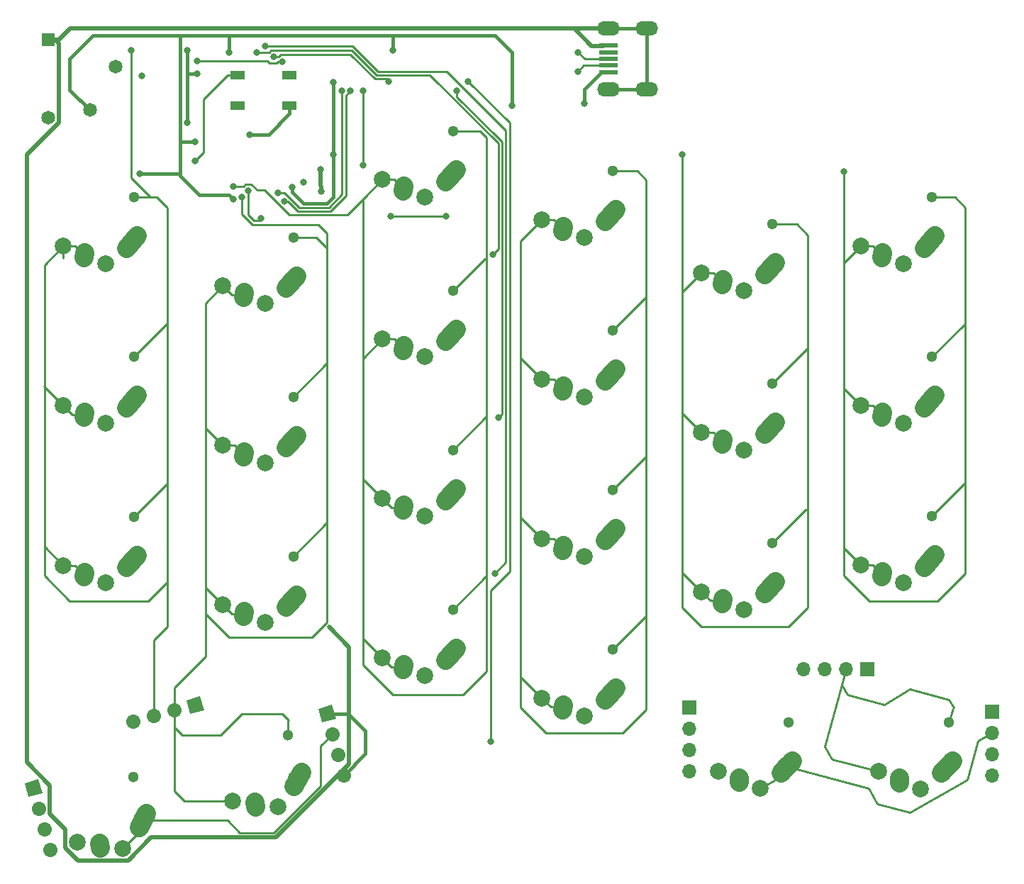
<source format=gtl>
G04 #@! TF.GenerationSoftware,KiCad,Pcbnew,(5.1.4)-1*
G04 #@! TF.CreationDate,2021-11-10T20:36:41-05:00*
G04 #@! TF.ProjectId,a44key-pcb,6134346b-6579-42d7-9063-622e6b696361,rev?*
G04 #@! TF.SameCoordinates,Original*
G04 #@! TF.FileFunction,Copper,L1,Top*
G04 #@! TF.FilePolarity,Positive*
%FSLAX46Y46*%
G04 Gerber Fmt 4.6, Leading zero omitted, Abs format (unit mm)*
G04 Created by KiCad (PCBNEW (5.1.4)-1) date 2021-11-10 20:36:41*
%MOMM*%
%LPD*%
G04 APERTURE LIST*
%ADD10C,2.000000*%
%ADD11C,2.250000*%
%ADD12C,2.250000*%
%ADD13C,1.300000*%
%ADD14R,1.700000X1.700000*%
%ADD15O,1.700000X1.700000*%
%ADD16C,1.700000*%
%ADD17C,1.700000*%
%ADD18C,0.100000*%
%ADD19O,2.700000X1.700000*%
%ADD20R,2.250000X0.500000*%
%ADD21C,1.650000*%
%ADD22R,1.650000X1.650000*%
%ADD23R,1.800000X1.100000*%
%ADD24C,0.800000*%
%ADD25C,0.254000*%
%ADD26C,0.381000*%
%ADD27C,0.508000*%
G04 APERTURE END LIST*
D10*
X173083601Y-138749202D03*
X168083601Y-136649201D03*
D11*
X170558601Y-137699202D03*
D12*
X170578372Y-137409186D02*
X170538830Y-137989218D01*
D11*
X176233601Y-136124202D03*
D12*
X176888596Y-135394198D02*
X175578606Y-136854206D01*
D13*
X176512601Y-130817202D03*
D14*
X164675073Y-129050433D03*
D15*
X164675073Y-131590433D03*
X164675073Y-134130433D03*
X164675073Y-136670433D03*
D14*
X200833607Y-129535478D03*
D15*
X200833607Y-132075478D03*
X200833607Y-134615478D03*
X200833607Y-137155478D03*
D14*
X185885167Y-124478215D03*
D15*
X183345167Y-124478215D03*
X180805167Y-124478215D03*
X178265167Y-124478215D03*
D10*
X192243850Y-138787503D03*
X187243850Y-136687502D03*
D11*
X189718850Y-137737503D03*
D12*
X189738621Y-137447487D02*
X189699079Y-138027519D01*
D11*
X195393850Y-136162503D03*
D12*
X196048845Y-135432499D02*
X194738855Y-136892507D01*
D13*
X195672850Y-130855503D03*
D16*
X123384201Y-137154355D03*
D17*
X123384201Y-137154355D02*
X123384201Y-137154355D01*
D16*
X122726801Y-134700903D03*
D17*
X122726801Y-134700903D02*
X122726801Y-134700903D01*
D16*
X122069400Y-132247452D03*
D17*
X122069400Y-132247452D02*
X122069400Y-132247452D01*
D16*
X121412000Y-129794000D03*
D18*
G36*
X120810959Y-130835033D02*
G01*
X120370967Y-129192959D01*
X122013041Y-128752967D01*
X122453033Y-130395041D01*
X120810959Y-130835033D01*
X120810959Y-130835033D01*
G37*
D16*
X98303645Y-130750201D03*
D17*
X98303645Y-130750201D02*
X98303645Y-130750201D01*
D16*
X100757097Y-130092801D03*
D17*
X100757097Y-130092801D02*
X100757097Y-130092801D01*
D16*
X103210548Y-129435400D03*
D17*
X103210548Y-129435400D02*
X103210548Y-129435400D01*
D16*
X105664000Y-128778000D03*
D18*
G36*
X106705033Y-129379041D02*
G01*
X105062959Y-129819033D01*
X104622967Y-128176959D01*
X106265041Y-127736967D01*
X106705033Y-129379041D01*
X106705033Y-129379041D01*
G37*
D16*
X88332201Y-146044355D03*
D17*
X88332201Y-146044355D02*
X88332201Y-146044355D01*
D16*
X87674801Y-143590903D03*
D17*
X87674801Y-143590903D02*
X87674801Y-143590903D01*
D16*
X87017400Y-141137452D03*
D17*
X87017400Y-141137452D02*
X87017400Y-141137452D01*
D16*
X86360000Y-138684000D03*
D18*
G36*
X85758959Y-139725033D02*
G01*
X85318967Y-138082959D01*
X86961041Y-137642967D01*
X87401033Y-139285041D01*
X85758959Y-139725033D01*
X85758959Y-139725033D01*
G37*
D13*
X116768739Y-132404748D03*
D11*
X117872799Y-137603127D03*
D12*
X118316537Y-136728472D02*
X117429061Y-138477782D01*
D11*
X112798810Y-140593258D03*
D12*
X112742846Y-140308007D02*
X112854774Y-140878509D01*
D10*
X110136383Y-140219612D03*
X115509532Y-140953962D03*
D13*
X98364521Y-106269723D03*
D11*
X98085521Y-111576723D03*
D12*
X98740516Y-110846719D02*
X97430526Y-112306727D01*
D11*
X92410521Y-113151723D03*
D12*
X92430292Y-112861707D02*
X92390750Y-113441739D01*
D10*
X89935521Y-112101722D03*
X94935521Y-114201723D03*
D19*
X159543750Y-55243750D03*
X159543750Y-47943750D03*
X155043750Y-47943750D03*
X155043750Y-55243750D03*
D20*
X155043750Y-53193750D03*
X155043750Y-52393750D03*
X155043750Y-51593750D03*
X155043750Y-50793750D03*
X155043750Y-49993750D03*
D21*
X88078000Y-58602000D03*
X96178000Y-52502000D03*
X93078000Y-57702000D03*
D22*
X88078000Y-49302000D03*
D13*
X136461500Y-60198000D03*
D11*
X136182500Y-65505000D03*
D12*
X136837495Y-64774996D02*
X135527505Y-66235004D01*
D11*
X130507500Y-67080000D03*
D12*
X130527271Y-66789984D02*
X130487729Y-67370016D01*
D10*
X128032500Y-66029999D03*
X133032500Y-68130000D03*
D13*
X98251447Y-137326790D03*
D11*
X99355507Y-142525169D03*
D12*
X99799245Y-141650514D02*
X98911769Y-143399824D01*
D11*
X94281518Y-145515300D03*
D12*
X94225554Y-145230049D02*
X94337482Y-145800551D01*
D10*
X91619091Y-145141654D03*
X96992240Y-145876004D03*
D13*
X193611500Y-106235500D03*
D11*
X193332500Y-111542500D03*
D12*
X193987495Y-110812496D02*
X192677505Y-112272504D01*
D11*
X187657500Y-113117500D03*
D12*
X187677271Y-112827484D02*
X187637729Y-113407516D01*
D10*
X185182500Y-112067499D03*
X190182500Y-114167500D03*
D13*
X193611500Y-87185500D03*
D11*
X193332500Y-92492500D03*
D12*
X193987495Y-91762496D02*
X192677505Y-93222504D01*
D11*
X187657500Y-94067500D03*
D12*
X187677271Y-93777484D02*
X187637729Y-94357516D01*
D10*
X185182500Y-93017499D03*
X190182500Y-95117500D03*
D13*
X193611500Y-68135500D03*
D11*
X193332500Y-73442500D03*
D12*
X193987495Y-72712496D02*
X192677505Y-74172504D01*
D11*
X187657500Y-75017500D03*
D12*
X187677271Y-74727484D02*
X187637729Y-75307516D01*
D10*
X185182500Y-73967499D03*
X190182500Y-76067500D03*
D13*
X174561500Y-109410500D03*
D11*
X174282500Y-114717500D03*
D12*
X174937495Y-113987496D02*
X173627505Y-115447504D01*
D11*
X168607500Y-116292500D03*
D12*
X168627271Y-116002484D02*
X168587729Y-116582516D01*
D10*
X166132500Y-115242499D03*
X171132500Y-117342500D03*
D13*
X174561500Y-90360500D03*
D11*
X174282500Y-95667500D03*
D12*
X174937495Y-94937496D02*
X173627505Y-96397504D01*
D11*
X168607500Y-97242500D03*
D12*
X168627271Y-96952484D02*
X168587729Y-97532516D01*
D10*
X166132500Y-96192499D03*
X171132500Y-98292500D03*
D13*
X174561500Y-71310500D03*
D11*
X174282500Y-76617500D03*
D12*
X174937495Y-75887496D02*
X173627505Y-77347504D01*
D11*
X168607500Y-78192500D03*
D12*
X168627271Y-77902484D02*
X168587729Y-78482516D01*
D10*
X166132500Y-77142499D03*
X171132500Y-79242500D03*
D13*
X155511500Y-122110500D03*
D11*
X155232500Y-127417500D03*
D12*
X155887495Y-126687496D02*
X154577505Y-128147504D01*
D11*
X149557500Y-128992500D03*
D12*
X149577271Y-128702484D02*
X149537729Y-129282516D01*
D10*
X147082500Y-127942499D03*
X152082500Y-130042500D03*
D13*
X155511500Y-103060500D03*
D11*
X155232500Y-108367500D03*
D12*
X155887495Y-107637496D02*
X154577505Y-109097504D01*
D11*
X149557500Y-109942500D03*
D12*
X149577271Y-109652484D02*
X149537729Y-110232516D01*
D10*
X147082500Y-108892499D03*
X152082500Y-110992500D03*
D13*
X155511500Y-84010500D03*
D11*
X155232500Y-89317500D03*
D12*
X155887495Y-88587496D02*
X154577505Y-90047504D01*
D11*
X149557500Y-90892500D03*
D12*
X149577271Y-90602484D02*
X149537729Y-91182516D01*
D10*
X147082500Y-89842499D03*
X152082500Y-91942500D03*
D13*
X155511500Y-64960500D03*
D11*
X155232500Y-70267500D03*
D12*
X155887495Y-69537496D02*
X154577505Y-70997504D01*
D11*
X149557500Y-71842500D03*
D12*
X149577271Y-71552484D02*
X149537729Y-72132516D01*
D10*
X147082500Y-70792499D03*
X152082500Y-72892500D03*
D13*
X136461500Y-117348000D03*
D11*
X136182500Y-122655000D03*
D12*
X136837495Y-121924996D02*
X135527505Y-123385004D01*
D11*
X130507500Y-124230000D03*
D12*
X130527271Y-123939984D02*
X130487729Y-124520016D01*
D10*
X128032500Y-123179999D03*
X133032500Y-125280000D03*
D13*
X136461500Y-98298000D03*
D11*
X136182500Y-103605000D03*
D12*
X136837495Y-102874996D02*
X135527505Y-104335004D01*
D11*
X130507500Y-105180000D03*
D12*
X130527271Y-104889984D02*
X130487729Y-105470016D01*
D10*
X128032500Y-104129999D03*
X133032500Y-106230000D03*
D13*
X136461500Y-79248000D03*
D11*
X136182500Y-84555000D03*
D12*
X136837495Y-83824996D02*
X135527505Y-85285004D01*
D11*
X130507500Y-86130000D03*
D12*
X130527271Y-85839984D02*
X130487729Y-86420016D01*
D10*
X128032500Y-85079999D03*
X133032500Y-87180000D03*
D13*
X117411500Y-110998000D03*
D11*
X117132500Y-116305000D03*
D12*
X117787495Y-115574996D02*
X116477505Y-117035004D01*
D11*
X111457500Y-117880000D03*
D12*
X111477271Y-117589984D02*
X111437729Y-118170016D01*
D10*
X108982500Y-116829999D03*
X113982500Y-118930000D03*
D13*
X117411500Y-91948000D03*
D11*
X117132500Y-97255000D03*
D12*
X117787495Y-96524996D02*
X116477505Y-97985004D01*
D11*
X111457500Y-98830000D03*
D12*
X111477271Y-98539984D02*
X111437729Y-99120016D01*
D10*
X108982500Y-97779999D03*
X113982500Y-99880000D03*
D13*
X117411500Y-72898000D03*
D11*
X117132500Y-78205000D03*
D12*
X117787495Y-77474996D02*
X116477505Y-78935004D01*
D11*
X111457500Y-79780000D03*
D12*
X111477271Y-79489984D02*
X111437729Y-80070016D01*
D10*
X108982500Y-78729999D03*
X113982500Y-80830000D03*
D13*
X98361500Y-87185500D03*
D11*
X98082500Y-92492500D03*
D12*
X98737495Y-91762496D02*
X97427505Y-93222504D01*
D11*
X92407500Y-94067500D03*
D12*
X92427271Y-93777484D02*
X92387729Y-94357516D01*
D10*
X89932500Y-93017499D03*
X94932500Y-95117500D03*
D13*
X98361500Y-68135500D03*
D11*
X98082500Y-73442500D03*
D12*
X98737495Y-72712496D02*
X97427505Y-74172504D01*
D11*
X92407500Y-75017500D03*
D12*
X92427271Y-74727484D02*
X92387729Y-75307516D01*
D10*
X89932500Y-73967499D03*
X94932500Y-76067500D03*
D23*
X110692000Y-57222000D03*
X116892000Y-53522000D03*
X110692000Y-53522000D03*
X116892000Y-57222000D03*
D24*
X112202000Y-60640000D03*
X104676500Y-59182000D03*
X104676500Y-50546000D03*
X105889500Y-53368500D03*
X120747000Y-67407000D03*
X120650000Y-64770000D03*
X99314000Y-53594000D03*
X141224000Y-74930000D03*
X113030000Y-50800000D03*
X141904000Y-94406000D03*
X136913066Y-55379066D03*
X125737066Y-55379066D03*
X125737066Y-64254934D03*
X118596000Y-66294000D03*
X141478000Y-113030000D03*
X141478000Y-113030000D03*
X114046000Y-50038000D03*
X115062000Y-51308000D03*
X128778000Y-54267010D03*
X128778000Y-54267010D03*
X138264990Y-54267010D03*
X140968000Y-133094000D03*
X152146000Y-56896000D03*
X116078000Y-51904000D03*
X98044000Y-50546000D03*
X105918000Y-51816000D03*
X111252000Y-68072000D03*
X110236000Y-66802000D03*
X112014000Y-67310000D03*
X113538000Y-70647000D03*
X113538000Y-70647000D03*
X129032000Y-70358000D03*
X135636000Y-70358000D03*
X163830000Y-62992000D03*
X183134000Y-65024000D03*
X151384000Y-53086000D03*
X116325933Y-68586067D03*
X124206000Y-55431962D03*
X151384000Y-50800000D03*
X115570000Y-67564000D03*
X123190000Y-55372000D03*
X105664000Y-63754000D03*
X143510000Y-57150000D03*
X109728000Y-50800000D03*
X122174000Y-54356000D03*
X105664000Y-61468000D03*
X122174000Y-62992000D03*
X117246000Y-66954000D03*
X129286000Y-50546000D03*
X99060000Y-65278000D03*
X110236000Y-68326000D03*
D25*
X180863312Y-133740620D02*
X181708350Y-135204269D01*
X181708350Y-135204269D02*
X187243850Y-136687501D01*
X182835513Y-126380265D02*
X180863312Y-133740620D01*
X183345166Y-124478214D02*
X182835513Y-126380265D01*
X196220174Y-129088193D02*
X196132897Y-129138582D01*
X191019800Y-126905876D02*
X195681358Y-128154937D01*
X195681358Y-128154937D02*
X196220174Y-129088193D01*
X196132897Y-129138582D02*
X195672849Y-130855502D01*
X182835513Y-126380265D02*
X183492735Y-127518607D01*
X187093013Y-140579465D02*
X191018535Y-141631306D01*
X197862410Y-137679993D02*
X199095203Y-133079146D01*
X191018535Y-141631306D02*
X197862410Y-137679993D01*
X176233601Y-136124202D02*
X186037422Y-138751128D01*
X186037422Y-138751128D02*
X187093013Y-140579465D01*
X175978000Y-137078120D02*
X176233601Y-136124202D01*
X173083601Y-138749202D02*
X175978000Y-137078120D01*
X199095203Y-133079146D02*
X200833606Y-132075478D01*
X187908948Y-128701928D02*
X191019800Y-126905876D01*
X183492735Y-127518607D02*
X187908948Y-128701928D01*
D26*
X116892000Y-58153000D02*
X116892000Y-57222000D01*
X114405000Y-60640000D02*
X116892000Y-58153000D01*
X112202000Y-60640000D02*
X114405000Y-60640000D01*
X121412000Y-129794000D02*
X123952000Y-129794000D01*
X123952000Y-129794000D02*
X125984000Y-131826000D01*
X125984000Y-134554556D02*
X123384201Y-137154355D01*
X125984000Y-131826000D02*
X125984000Y-134554556D01*
X104676500Y-53368500D02*
X105889500Y-53368500D01*
X104676500Y-53368500D02*
X104676500Y-59182000D01*
X104676500Y-50546000D02*
X104676500Y-53368500D01*
X155043750Y-47943750D02*
X159543750Y-47943750D01*
X159543750Y-47943750D02*
X159543750Y-55243750D01*
X157812750Y-55243750D02*
X155043750Y-55243750D01*
X159543750Y-55243750D02*
X157812750Y-55243750D01*
D27*
X124030802Y-121831150D02*
X121652662Y-119453010D01*
X115318556Y-144583116D02*
X124030802Y-135870870D01*
X85570901Y-135610759D02*
X88321401Y-138361259D01*
X90165090Y-145839575D02*
X91704868Y-147379353D01*
X88321401Y-138361259D02*
X88321401Y-141763373D01*
X100421156Y-144599010D02*
X115259292Y-144599010D01*
X88321401Y-141763373D02*
X90165090Y-143607062D01*
X90165090Y-143607062D02*
X90165090Y-145839575D01*
X85570901Y-63002021D02*
X85570901Y-135610759D01*
X91704868Y-147379353D02*
X97640813Y-147379353D01*
X124030802Y-135870870D02*
X124030802Y-121831150D01*
X89357001Y-59215921D02*
X85570901Y-63002021D01*
X97640813Y-147379353D02*
X100421156Y-144599010D01*
X115259292Y-144599010D02*
X115318556Y-144583116D01*
X154476250Y-49993750D02*
X154432000Y-50038000D01*
X155043750Y-49993750D02*
X154476250Y-49993750D01*
X152996500Y-50038000D02*
X150902250Y-47943750D01*
X154432000Y-50038000D02*
X152996500Y-50038000D01*
X88926000Y-49302000D02*
X89357001Y-49733001D01*
X88078000Y-49302000D02*
X88926000Y-49302000D01*
X89357001Y-49733001D02*
X89357001Y-59215921D01*
X88078000Y-49302000D02*
X89411000Y-49302000D01*
X89411000Y-49302000D02*
X90769250Y-47943750D01*
X97344250Y-47943750D02*
X155043750Y-47943750D01*
X90769250Y-47943750D02*
X97344250Y-47943750D01*
X120747000Y-66841315D02*
X120650000Y-66744315D01*
X120747000Y-67407000D02*
X120747000Y-66841315D01*
X120650000Y-66744315D02*
X120650000Y-64770000D01*
D25*
X141849989Y-74304011D02*
X141224000Y-74930000D01*
X114494038Y-50800000D02*
X114713039Y-50580999D01*
X113030000Y-50800000D02*
X114494038Y-50800000D01*
X114713039Y-50580999D02*
X124360932Y-50580999D01*
X124360932Y-50580999D02*
X127319943Y-53540010D01*
X127319943Y-53540010D02*
X133684076Y-53540010D01*
X141849989Y-61705923D02*
X141849989Y-74304011D01*
X133684076Y-53540010D02*
X141849989Y-61705923D01*
X142303999Y-61517867D02*
X141678009Y-60891877D01*
X141904000Y-94406000D02*
X142303999Y-94006001D01*
X142303999Y-94006001D02*
X142303999Y-61517867D01*
X141678009Y-60891877D02*
X136913066Y-56126934D01*
X136913066Y-56126934D02*
X136913066Y-55379066D01*
X125737066Y-55379066D02*
X125737066Y-64254934D01*
X142758009Y-111749991D02*
X141478000Y-113030000D01*
X142758009Y-60148047D02*
X142758009Y-111749991D01*
X135695962Y-53086000D02*
X142758009Y-60148047D01*
X127508000Y-53086000D02*
X135695962Y-53086000D01*
X124460000Y-50038000D02*
X127508000Y-53086000D01*
X114046000Y-50038000D02*
X124460000Y-50038000D01*
X115881685Y-51054000D02*
X124191867Y-51054000D01*
X115062000Y-51308000D02*
X115627685Y-51308000D01*
X115627685Y-51308000D02*
X115881685Y-51054000D01*
X124191867Y-51054000D02*
X127131886Y-53994020D01*
X127131886Y-53994020D02*
X128670020Y-53994020D01*
X128670020Y-53994020D02*
X128778000Y-54102000D01*
X128778000Y-54102000D02*
X128778000Y-54267010D01*
X143212019Y-112819981D02*
X140916010Y-115115990D01*
X140916010Y-115115990D02*
X140916010Y-129487990D01*
X143212019Y-59959990D02*
X143212019Y-112819981D01*
X143212018Y-59214038D02*
X143212019Y-59959990D01*
X138264990Y-54267010D02*
X143212018Y-59214038D01*
X140968000Y-129539980D02*
X140968000Y-133094000D01*
X140916010Y-129487990D02*
X140968000Y-129539980D01*
D26*
X154168750Y-53193750D02*
X152146000Y-55216500D01*
X155043750Y-53193750D02*
X154168750Y-53193750D01*
X152146000Y-55216500D02*
X152146000Y-56896000D01*
D25*
X89932500Y-73967499D02*
X89932500Y-75421500D01*
X91360520Y-112101722D02*
X92410521Y-113151723D01*
X89935521Y-112101722D02*
X91360520Y-112101722D01*
X90982501Y-94067500D02*
X92407500Y-94067500D01*
X89932500Y-93017499D02*
X90982501Y-94067500D01*
X91357499Y-73967499D02*
X92407500Y-75017500D01*
X89932500Y-73967499D02*
X91357499Y-73967499D01*
X89932500Y-73967499D02*
X87699999Y-76200000D01*
X87699999Y-109866200D02*
X89935521Y-112101722D01*
X89932500Y-93017499D02*
X87630000Y-90714999D01*
X87699999Y-109658001D02*
X87699999Y-109866200D01*
X87699999Y-76200000D02*
X87699999Y-109658001D01*
X101028500Y-68135500D02*
X98361500Y-68135500D01*
X87699999Y-113353999D02*
X90678000Y-116332000D01*
X87699999Y-109658001D02*
X87699999Y-113353999D01*
X101092000Y-68072000D02*
X101028500Y-68135500D01*
X90678000Y-116332000D02*
X100076000Y-116332000D01*
X100076000Y-116332000D02*
X102362000Y-114046000D01*
X102362000Y-69342000D02*
X101092000Y-68072000D01*
X102362000Y-102272244D02*
X102362000Y-101600000D01*
X98364521Y-106269723D02*
X102362000Y-102272244D01*
X102362000Y-83185000D02*
X102362000Y-82804000D01*
X98361500Y-87185500D02*
X102362000Y-83185000D01*
X102362000Y-101600000D02*
X102362000Y-82804000D01*
X102362000Y-82804000D02*
X102362000Y-69342000D01*
X102362000Y-109220000D02*
X102362000Y-113284000D01*
X102362000Y-119380000D02*
X102362000Y-109220000D01*
X100757097Y-120984903D02*
X102362000Y-119380000D01*
X100757097Y-130092801D02*
X100757097Y-120984903D01*
X102362000Y-114046000D02*
X102362000Y-113284000D01*
X102362000Y-113284000D02*
X102362000Y-101600000D01*
X115512315Y-51904000D02*
X115346315Y-52070000D01*
X116078000Y-51904000D02*
X115512315Y-51904000D01*
X115346315Y-52070000D02*
X114554000Y-52070000D01*
X114554000Y-52070000D02*
X114300000Y-51816000D01*
X114300000Y-51816000D02*
X105918000Y-51816000D01*
X101092000Y-68072000D02*
X100330000Y-68072000D01*
X100330000Y-68072000D02*
X98044000Y-65786000D01*
X98044000Y-65786000D02*
X98044000Y-50546000D01*
X116768739Y-130627261D02*
X116768739Y-132404748D01*
X103210548Y-131404548D02*
X104140000Y-132334000D01*
X103210548Y-129435400D02*
X103210548Y-131404548D01*
X116840000Y-130556000D02*
X116768739Y-130627261D01*
X104140000Y-132334000D02*
X108712000Y-132334000D01*
X108712000Y-132334000D02*
X111252000Y-129794000D01*
X111252000Y-129794000D02*
X116078000Y-129794000D01*
X116078000Y-129794000D02*
X116840000Y-130556000D01*
X103210548Y-131404548D02*
X103210548Y-139024548D01*
X104405612Y-140219612D02*
X110136383Y-140219612D01*
X103210548Y-139024548D02*
X104405612Y-140219612D01*
X110032501Y-117880000D02*
X111457500Y-117880000D01*
X108982500Y-116829999D02*
X110032501Y-117880000D01*
X110032501Y-79780000D02*
X111457500Y-79780000D01*
X108982500Y-78729999D02*
X110032501Y-79780000D01*
X110407499Y-97779999D02*
X111457500Y-98830000D01*
X108982500Y-97779999D02*
X110407499Y-97779999D01*
X108982500Y-78729999D02*
X106934000Y-80778499D01*
X106934000Y-114781499D02*
X108982500Y-116829999D01*
X106934000Y-95731499D02*
X106934000Y-94742000D01*
X108982500Y-97779999D02*
X106934000Y-95731499D01*
X106934000Y-80778499D02*
X106934000Y-94742000D01*
X106934000Y-114554000D02*
X106934000Y-114781499D01*
X106934000Y-94742000D02*
X106934000Y-114554000D01*
X120142000Y-72898000D02*
X117411500Y-72898000D01*
X106934000Y-117856000D02*
X109728000Y-120650000D01*
X119634000Y-120650000D02*
X121412000Y-118872000D01*
X109728000Y-120650000D02*
X119634000Y-120650000D01*
X121412000Y-74168000D02*
X120142000Y-72898000D01*
X121412000Y-87947500D02*
X121412000Y-87630000D01*
X117411500Y-91948000D02*
X121412000Y-87947500D01*
X121412000Y-87630000D02*
X121412000Y-74168000D01*
X121412000Y-106997500D02*
X121412000Y-106426000D01*
X117411500Y-110998000D02*
X121412000Y-106997500D01*
X121412000Y-118872000D02*
X121412000Y-106426000D01*
X121412000Y-106426000D02*
X121412000Y-87630000D01*
X106934000Y-114554000D02*
X106934000Y-117602000D01*
X106934000Y-117602000D02*
X106934000Y-117856000D01*
X106934000Y-122936000D02*
X106934000Y-117602000D01*
X103210548Y-129435400D02*
X103210548Y-126659452D01*
X103210548Y-126659452D02*
X106934000Y-122936000D01*
X111252000Y-68072000D02*
X111252000Y-70104000D01*
X111252000Y-70104000D02*
X112522000Y-71374000D01*
X112522000Y-71374000D02*
X120396000Y-71374000D01*
X121412000Y-72390000D02*
X121412000Y-74168000D01*
X120396000Y-71374000D02*
X121412000Y-72390000D01*
X129457499Y-85079999D02*
X130507500Y-86130000D01*
X128032500Y-85079999D02*
X129457499Y-85079999D01*
X129082501Y-105180000D02*
X130507500Y-105180000D01*
X128032500Y-104129999D02*
X129082501Y-105180000D01*
X129082501Y-124230000D02*
X130507500Y-124230000D01*
X128032500Y-123179999D02*
X129082501Y-124230000D01*
X128032500Y-85079999D02*
X125730000Y-87382499D01*
X125730000Y-120877499D02*
X128032500Y-123179999D01*
X125730000Y-101827499D02*
X125730000Y-101092000D01*
X128032500Y-104129999D02*
X125730000Y-101827499D01*
X125730000Y-87382499D02*
X125730000Y-101092000D01*
X125730000Y-120396000D02*
X125730000Y-123952000D01*
X125730000Y-120396000D02*
X125730000Y-120877499D01*
X125730000Y-101092000D02*
X125730000Y-120396000D01*
X125730000Y-123952000D02*
X129286000Y-127508000D01*
X129286000Y-127508000D02*
X137668000Y-127508000D01*
X137668000Y-127508000D02*
X140462000Y-124714000D01*
X140462000Y-67310000D02*
X140462000Y-62472102D01*
X136461500Y-60198000D02*
X139700000Y-60198000D01*
X140462000Y-60960000D02*
X140462000Y-62472102D01*
X139700000Y-60198000D02*
X140462000Y-60960000D01*
X140462000Y-94297500D02*
X140462000Y-93726000D01*
X136461500Y-98298000D02*
X140462000Y-94297500D01*
X140462000Y-113347500D02*
X140462000Y-112776000D01*
X136461500Y-117348000D02*
X140462000Y-113347500D01*
X140462000Y-124714000D02*
X140462000Y-112776000D01*
X140462000Y-112776000D02*
X140462000Y-93726000D01*
X140271500Y-75438000D02*
X140462000Y-75438000D01*
X136461500Y-79248000D02*
X140271500Y-75438000D01*
X140462000Y-93726000D02*
X140462000Y-75438000D01*
X140462000Y-75438000D02*
X140462000Y-67310000D01*
X129457499Y-66029999D02*
X130507500Y-67080000D01*
X128032500Y-66029999D02*
X129457499Y-66029999D01*
X111665039Y-66582999D02*
X112362961Y-66582999D01*
X110236000Y-66802000D02*
X111446038Y-66802000D01*
X111446038Y-66802000D02*
X111665039Y-66582999D01*
X125730000Y-87382499D02*
X125730000Y-68332499D01*
X123802970Y-70259530D02*
X125860250Y-68202250D01*
X116923434Y-70259530D02*
X123802970Y-70259530D01*
X113943923Y-67280019D02*
X116923434Y-70259530D01*
X112362961Y-66582999D02*
X113059981Y-67280019D01*
X125730000Y-68332499D02*
X125860250Y-68202250D01*
X113059981Y-67280019D02*
X113943923Y-67280019D01*
X125860250Y-68202250D02*
X128032500Y-66029999D01*
X147082500Y-127942499D02*
X144526000Y-125385999D01*
X144526000Y-73348999D02*
X147082500Y-70792499D01*
X144526000Y-87285999D02*
X144526000Y-86360000D01*
X147082500Y-89842499D02*
X144526000Y-87285999D01*
X144526000Y-86360000D02*
X144526000Y-73348999D01*
X144526000Y-106335999D02*
X144526000Y-105918000D01*
X147082500Y-108892499D02*
X144526000Y-106335999D01*
X144526000Y-105918000D02*
X144526000Y-86360000D01*
X144526000Y-125222000D02*
X144526000Y-129032000D01*
X144526000Y-125222000D02*
X144526000Y-105918000D01*
X144526000Y-125385999D02*
X144526000Y-125222000D01*
X144526000Y-129032000D02*
X147574000Y-132080000D01*
X147574000Y-132080000D02*
X156718000Y-132080000D01*
X156718000Y-132080000D02*
X159512000Y-129286000D01*
X158432500Y-64960500D02*
X155511500Y-64960500D01*
X159512000Y-66040000D02*
X158432500Y-64960500D01*
X155511500Y-84010500D02*
X159512000Y-80010000D01*
X159512000Y-80010000D02*
X159512000Y-66040000D01*
X159512000Y-99060000D02*
X159512000Y-98552000D01*
X155511500Y-103060500D02*
X159512000Y-99060000D01*
X159512000Y-98552000D02*
X159512000Y-80010000D01*
X155511500Y-122110500D02*
X159512000Y-118110000D01*
X159512000Y-129286000D02*
X159512000Y-118110000D01*
X159512000Y-118110000D02*
X159512000Y-98552000D01*
X148507499Y-70792499D02*
X149557500Y-71842500D01*
X147082500Y-70792499D02*
X148507499Y-70792499D01*
X112014000Y-67310000D02*
X112014000Y-70104000D01*
X112014000Y-70104000D02*
X112014000Y-70223934D01*
X112014000Y-70223934D02*
X112656066Y-70866000D01*
X112656066Y-70866000D02*
X113319000Y-70866000D01*
X113319000Y-70866000D02*
X113538000Y-70647000D01*
X129032000Y-70358000D02*
X135636000Y-70358000D01*
X148507499Y-89842499D02*
X149557500Y-90892500D01*
X147082500Y-89842499D02*
X148507499Y-89842499D01*
X148507499Y-108892499D02*
X149557500Y-109942500D01*
X147082500Y-108892499D02*
X148507499Y-108892499D01*
X148132501Y-128992500D02*
X149557500Y-128992500D01*
X147082500Y-127942499D02*
X148132501Y-128992500D01*
X166132500Y-77142499D02*
X163830000Y-79444999D01*
X163830000Y-112939999D02*
X166132500Y-115242499D01*
X163920001Y-93980000D02*
X163830000Y-93980000D01*
X166132500Y-96192499D02*
X163920001Y-93980000D01*
X163830000Y-79444999D02*
X163830000Y-93980000D01*
X163830000Y-112522000D02*
X163830000Y-117094000D01*
X163830000Y-112522000D02*
X163830000Y-112939999D01*
X163830000Y-93980000D02*
X163830000Y-112522000D01*
X163830000Y-117094000D02*
X166116000Y-119380000D01*
X166116000Y-119380000D02*
X176530000Y-119380000D01*
X176530000Y-119380000D02*
X178816000Y-117094000D01*
X177482500Y-71310500D02*
X174561500Y-71310500D01*
X178816000Y-72644000D02*
X177482500Y-71310500D01*
X178816000Y-86106000D02*
X178816000Y-85852000D01*
X174561500Y-90360500D02*
X178816000Y-86106000D01*
X178816000Y-85852000D02*
X178816000Y-72644000D01*
X178562000Y-105410000D02*
X178816000Y-105410000D01*
X174561500Y-109410500D02*
X178562000Y-105410000D01*
X178816000Y-117094000D02*
X178816000Y-105410000D01*
X178816000Y-105410000D02*
X178816000Y-85852000D01*
X163830000Y-65532000D02*
X163830000Y-62992000D01*
X163830000Y-65532000D02*
X163830000Y-65278000D01*
X163830000Y-79444999D02*
X163830000Y-65532000D01*
X167557499Y-77142499D02*
X168607500Y-78192500D01*
X166132500Y-77142499D02*
X167557499Y-77142499D01*
X167182501Y-116292500D02*
X168607500Y-116292500D01*
X166132500Y-115242499D02*
X167182501Y-116292500D01*
X167557499Y-96192499D02*
X168607500Y-97242500D01*
X166132500Y-96192499D02*
X167557499Y-96192499D01*
X185182500Y-73967499D02*
X183134000Y-76015999D01*
X183134000Y-110018999D02*
X185182500Y-112067499D01*
X183134000Y-90968999D02*
X183134000Y-90678000D01*
X185182500Y-93017499D02*
X183134000Y-90968999D01*
X183134000Y-76015999D02*
X183134000Y-90678000D01*
X183134000Y-90678000D02*
X183134000Y-110018999D01*
X196405500Y-68135500D02*
X193611500Y-68135500D01*
X183134000Y-113284000D02*
X186182000Y-116332000D01*
X183134000Y-110018999D02*
X183134000Y-113284000D01*
X186182000Y-116332000D02*
X194310000Y-116332000D01*
X194310000Y-116332000D02*
X197612000Y-113030000D01*
X197612000Y-69342000D02*
X196405500Y-68135500D01*
X197485000Y-83312000D02*
X197612000Y-83312000D01*
X193611500Y-87185500D02*
X197485000Y-83312000D01*
X197612000Y-83312000D02*
X197612000Y-69342000D01*
X197612000Y-102235000D02*
X197612000Y-101854000D01*
X193611500Y-106235500D02*
X197612000Y-102235000D01*
X197612000Y-113030000D02*
X197612000Y-101854000D01*
X197612000Y-101854000D02*
X197612000Y-83312000D01*
X183134000Y-76015999D02*
X183134000Y-65024000D01*
X186607499Y-112067499D02*
X187657500Y-113117500D01*
X185182500Y-112067499D02*
X186607499Y-112067499D01*
X186607499Y-93017499D02*
X185182500Y-93017499D01*
X187657500Y-94067500D02*
X186607499Y-93017499D01*
X186607499Y-73967499D02*
X187657500Y-75017500D01*
X185182500Y-73967499D02*
X186607499Y-73967499D01*
X152076250Y-52393750D02*
X155043750Y-52393750D01*
X151384000Y-53086000D02*
X152076250Y-52393750D01*
X116332000Y-68580000D02*
X116705934Y-68580000D01*
X116325933Y-68586067D02*
X116332000Y-68580000D01*
X121814416Y-69805520D02*
X123644010Y-67975926D01*
X116705934Y-68580000D02*
X117931453Y-69805520D01*
X117931453Y-69805520D02*
X121814416Y-69805520D01*
X123644010Y-55993952D02*
X124206000Y-55431962D01*
X123644010Y-67975926D02*
X123644010Y-55993952D01*
X152177750Y-51593750D02*
X155043750Y-51593750D01*
X151384000Y-50800000D02*
X152177750Y-51593750D01*
X116332000Y-67564000D02*
X115570000Y-67564000D01*
X118119510Y-69351510D02*
X116332000Y-67564000D01*
X123190000Y-67787869D02*
X121626359Y-69351510D01*
X121626359Y-69351510D02*
X118119510Y-69351510D01*
X123190000Y-67787869D02*
X123190000Y-62230000D01*
X123190000Y-62230000D02*
X123190000Y-55372000D01*
X109538000Y-53522000D02*
X106680000Y-56380000D01*
X110692000Y-53522000D02*
X109538000Y-53522000D01*
X106680000Y-56380000D02*
X106680000Y-62738000D01*
X106680000Y-62738000D02*
X105664000Y-63754000D01*
D26*
X90678000Y-55302000D02*
X93078000Y-57702000D01*
X90678000Y-51562000D02*
X90678000Y-55302000D01*
X93472000Y-48768000D02*
X90678000Y-51562000D01*
X143510000Y-57150000D02*
X143510000Y-50800000D01*
X143510000Y-50800000D02*
X141478000Y-48768000D01*
X109728000Y-50800000D02*
X109728000Y-48768000D01*
X122174000Y-48768000D02*
X109728000Y-48768000D01*
X109728000Y-48768000D02*
X105664000Y-48768000D01*
X122174000Y-62992000D02*
X122174000Y-54356000D01*
X129286000Y-48768000D02*
X129286000Y-50546000D01*
X129286000Y-48768000D02*
X122174000Y-48768000D01*
X141478000Y-48768000D02*
X129286000Y-48768000D01*
X103886000Y-48768000D02*
X93472000Y-48768000D01*
X105664000Y-48768000D02*
X103886000Y-48768000D01*
X103886000Y-65532000D02*
X106172000Y-67818000D01*
X103886000Y-61468000D02*
X105664000Y-61468000D01*
X103886000Y-48768000D02*
X103886000Y-61468000D01*
X103886000Y-65278000D02*
X99060000Y-65278000D01*
X103886000Y-65278000D02*
X103886000Y-65532000D01*
X103886000Y-61468000D02*
X103886000Y-65278000D01*
X106172000Y-67818000D02*
X109728000Y-67818000D01*
X109728000Y-67818000D02*
X110236000Y-68326000D01*
X122174000Y-65532000D02*
X122174000Y-62992000D01*
X122174000Y-68072000D02*
X122174000Y-65532000D01*
X121412000Y-68834000D02*
X122174000Y-68072000D01*
X118560315Y-68834000D02*
X121412000Y-68834000D01*
X117246000Y-66954000D02*
X117246000Y-67519685D01*
X117246000Y-67519685D02*
X118560315Y-68834000D01*
D25*
X99355507Y-143512737D02*
X99355507Y-142525169D01*
X96992240Y-145876004D02*
X99355507Y-143512737D01*
X120650000Y-133666852D02*
X122069400Y-132247452D01*
X120650000Y-138430000D02*
X120650000Y-133666852D01*
X115062000Y-144018000D02*
X120650000Y-138430000D01*
X110998000Y-144018000D02*
X115062000Y-144018000D01*
X99355507Y-142525169D02*
X109505169Y-142525169D01*
X109505169Y-142525169D02*
X110998000Y-144018000D01*
M02*

</source>
